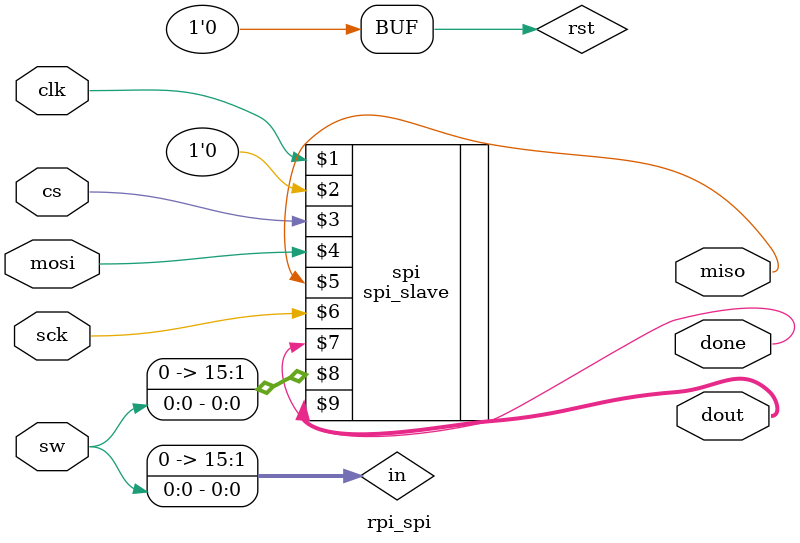
<source format=v>
module rpi_spi (
	input clk,
	input cs,
	input mosi,
	output miso,
	input sck,
	output done,
	input sw,
	output [15:0] dout);

	wire [15:0] in = {15'b000000000000000, sw};

	wire rst = 0;
	spi_slave #(16, 6) spi(clk, rst, cs, mosi, miso, sck, done, in, dout);
//	spi_slave_simpler2 #(8) spi(clk, cs, mosi, miso, sck, done, in, dout);

endmodule

</source>
